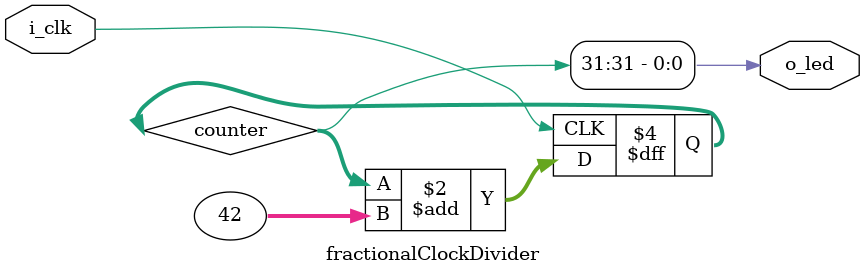
<source format=v>
`timescale 1ns / 1ps

`default_nettype	none

module fractionalClockDivider( i_clk, o_led ) ;
	parameter CLOCK_RATE_HZ = 100_000_000 ;
	parameter [31:0] INCREMENT = ( 1 << 30 ) / ( CLOCK_RATE_HZ / 4 ) ;

	input wire i_clk ;
	output wire o_led ;

	reg [31:0] counter ;
	
	initial counter = 0 ;
	always @( posedge i_clk ) begin
		counter <= counter + INCREMENT ;
	end
	
	assign o_led = counter[31] ;
endmodule

</source>
